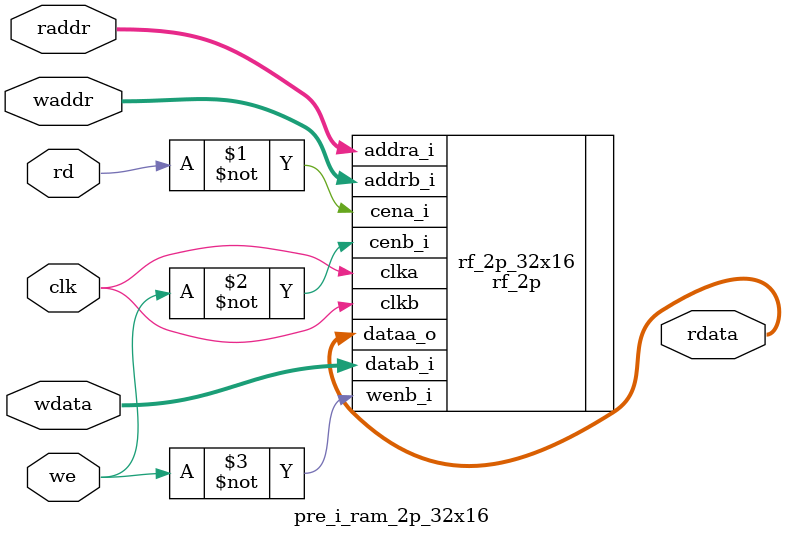
<source format=v>

module pre_i_ram_2p_32x16 (
    				clk     ,
    				wdata   ,
    				waddr   ,
    				we      ,
    				rd      ,
    				raddr   ,
    				rdata  
);

// ********************************************
//                                             
//    Input/Output DECLARATION                    
//                                             
// ********************************************
input                clk   ; 
input [31:0]		 wdata ;
input [3:0]          waddr ;
input   	         we    ;
input    	         rd    ;
input [3:0]          raddr ;
output [31:0]   	 rdata ;

// ********************************************
//                                             
//    Logic DECLARATION                 
//                                             
// ********************************************

rf_2p #(.Addr_Width(4), .Word_Width(32))	
	   rf_2p_32x16 (
				.clka    ( clk       ),  
				.cena_i  ( ~rd       ),
		        .addra_i ( raddr		),
		        .dataa_o ( rdata     ),
				.clkb    ( clk       ),     
				.cenb_i  ( ~we       ),  
				.wenb_i  ( ~we       ),   
				.addrb_i ( waddr	),
				.datab_i ( wdata     )
);

endmodule

</source>
